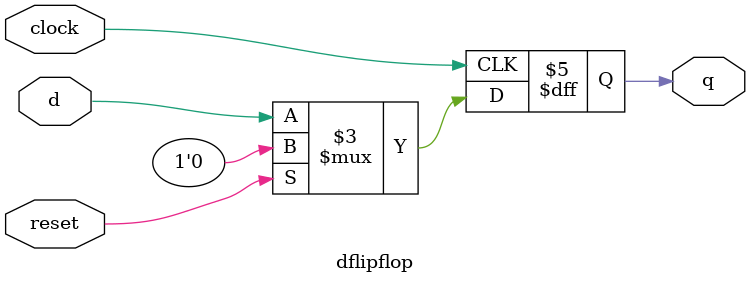
<source format=v>

module dflipflop(clock,reset,d,q);
input clock, reset, d;
output reg q;
always @ (posedge clock)
	begin
		if(reset)
			q = 0;
		else 
			q = d;
	end
endmodule

</source>
